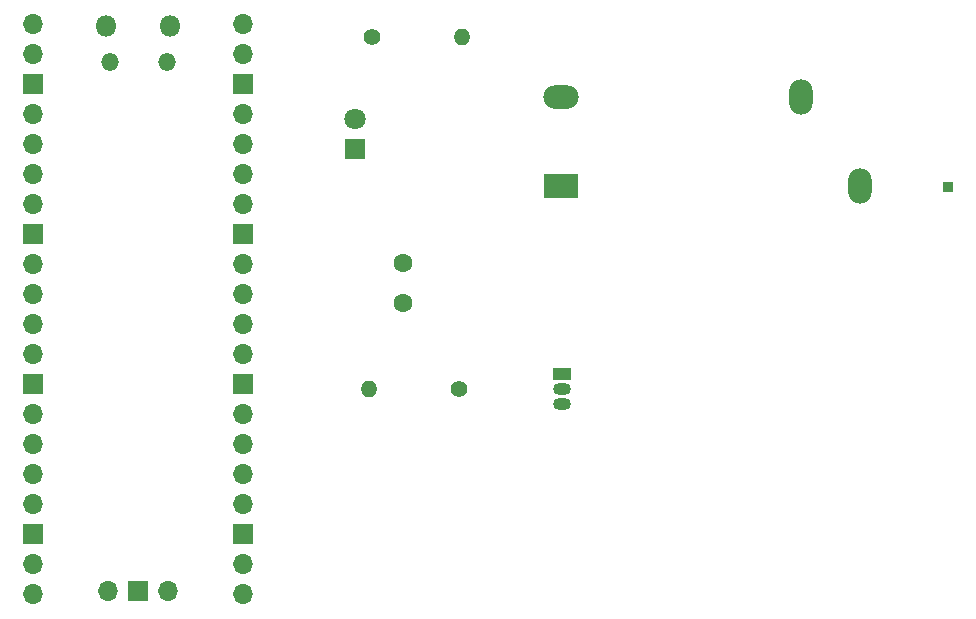
<source format=gbr>
%TF.GenerationSoftware,KiCad,Pcbnew,8.0.0*%
%TF.CreationDate,2024-03-31T23:26:35-03:00*%
%TF.ProjectId,Ponderada Semana 6,506f6e64-6572-4616-9461-2053656d616e,rev?*%
%TF.SameCoordinates,Original*%
%TF.FileFunction,Soldermask,Bot*%
%TF.FilePolarity,Negative*%
%FSLAX46Y46*%
G04 Gerber Fmt 4.6, Leading zero omitted, Abs format (unit mm)*
G04 Created by KiCad (PCBNEW 8.0.0) date 2024-03-31 23:26:35*
%MOMM*%
%LPD*%
G01*
G04 APERTURE LIST*
%ADD10C,1.400000*%
%ADD11O,1.400000X1.400000*%
%ADD12C,1.800000*%
%ADD13R,1.800000X1.800000*%
%ADD14O,1.700000X1.700000*%
%ADD15R,1.700000X1.700000*%
%ADD16O,1.800000X1.800000*%
%ADD17O,1.500000X1.500000*%
%ADD18C,1.600000*%
%ADD19R,1.500000X1.050000*%
%ADD20O,1.500000X1.050000*%
%ADD21O,2.000000X3.000000*%
%ADD22R,3.000000X2.000000*%
%ADD23O,3.000000X2.000000*%
%ADD24R,0.850000X0.850000*%
G04 APERTURE END LIST*
D10*
%TO.C,R2*%
X156840000Y-100965000D03*
D11*
X149220000Y-100965000D03*
%TD*%
D10*
%TO.C,R1*%
X149484000Y-71120000D03*
D11*
X157104000Y-71120000D03*
%TD*%
D12*
%TO.C,D1*%
X148082000Y-78110000D03*
D13*
X148082000Y-80650000D03*
%TD*%
D14*
%TO.C,U1*%
X132262000Y-118086000D03*
D15*
X129722000Y-118086000D03*
D14*
X127182000Y-118086000D03*
X138612000Y-70056000D03*
X138612000Y-72596000D03*
D15*
X138612000Y-75136000D03*
D14*
X138612000Y-77676000D03*
X138612000Y-80216000D03*
X138612000Y-82756000D03*
X138612000Y-85296000D03*
D15*
X138612000Y-87836000D03*
D14*
X138612000Y-90376000D03*
X138612000Y-92916000D03*
X138612000Y-95456000D03*
X138612000Y-97996000D03*
D15*
X138612000Y-100536000D03*
D14*
X138612000Y-103076000D03*
X138612000Y-105616000D03*
X138612000Y-108156000D03*
X138612000Y-110696000D03*
D15*
X138612000Y-113236000D03*
D14*
X138612000Y-115776000D03*
X138612000Y-118316000D03*
X120832000Y-118316000D03*
X120832000Y-115776000D03*
D15*
X120832000Y-113236000D03*
D14*
X120832000Y-110696000D03*
X120832000Y-108156000D03*
X120832000Y-105616000D03*
X120832000Y-103076000D03*
D15*
X120832000Y-100536000D03*
D14*
X120832000Y-97996000D03*
X120832000Y-95456000D03*
X120832000Y-92916000D03*
X120832000Y-90376000D03*
D15*
X120832000Y-87836000D03*
D14*
X120832000Y-85296000D03*
X120832000Y-82756000D03*
X120832000Y-80216000D03*
X120832000Y-77676000D03*
D15*
X120832000Y-75136000D03*
D14*
X120832000Y-72596000D03*
X120832000Y-70056000D03*
D16*
X132447000Y-70186000D03*
D17*
X132147000Y-73216000D03*
X127297000Y-73216000D03*
D16*
X126997000Y-70186000D03*
%TD*%
D18*
%TO.C,PhotoResistor1*%
X152146000Y-93648000D03*
X152146000Y-90248000D03*
%TD*%
D19*
%TO.C,Q1*%
X165629000Y-99695000D03*
D20*
X165629000Y-100965000D03*
X165629000Y-102235000D03*
%TD*%
D21*
%TO.C,K1*%
X185823000Y-76260000D03*
X190863000Y-83760000D03*
D22*
X165523000Y-83760000D03*
D23*
X165523000Y-76260000D03*
%TD*%
D24*
%TO.C,J1*%
X198247000Y-83820000D03*
%TD*%
M02*

</source>
